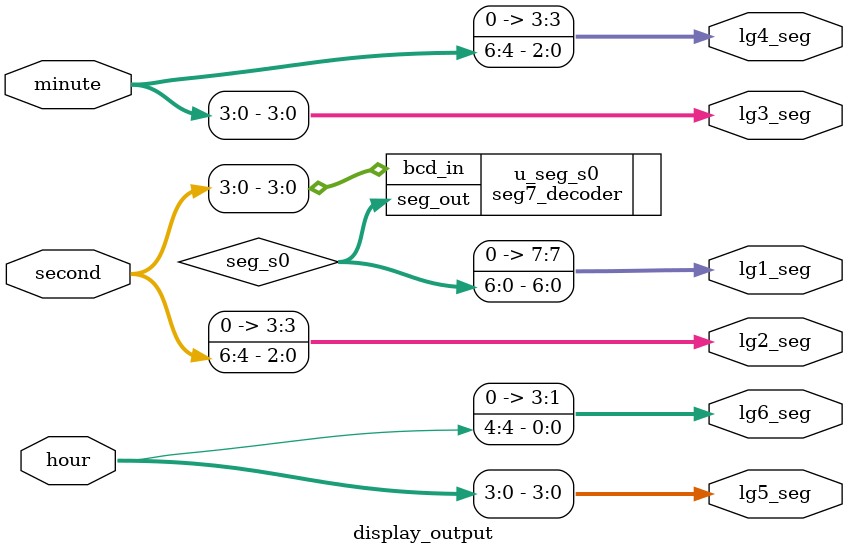
<source format=v>
/**
 * 显示输出模块
 * 功能：时间拆分与显示驱动
 * 显示格式：HHMMSS（6位数码管）
 * 数码管分配：
 *   LG1: 秒个位(S0) —— 使用七段译码器显示十进制0~9
 *   LG2: 秒十位(S1) —— 以二进制方式在4个段(A~D)上显示
 *   LG3: 分个位(M0) —— 二进制
 *   LG4: 分十位(M1) —— 二进制
 *   LG5: 时个位(H0) —— 二进制
 *   LG6: 时十位(H1) —— 二进制
 */
module display_output (
    input  wire [4:0] hour,      // 小时（BCD：十位[4:1]，个位[0]）
    input  wire [6:0] minute,    // 分钟（BCD：十位[6:4]，个位[3:0]）
    input  wire [6:0] second,    // 秒（BCD：十位[6:4]，个位[3:0]）
    output wire [7:0] lg1_seg,   // LG1段码输出（秒个位，含dp）
    output wire [3:0] lg2_seg,   // LG2段码输出（秒十位，A-D）
    output wire [3:0] lg3_seg,   // LG3段码输出（分个位，A-D）
    output wire [3:0] lg4_seg,   // LG4段码输出（分十位，A-D）
    output wire [3:0] lg5_seg,   // LG5段码输出（时个位，A-D）
    output wire [3:0] lg6_seg    // LG6段码输出（时十位，A-D）
);

    // 仅对“秒个位”使用七段译码器
    wire [6:0] seg_s0;
    seg7_decoder u_seg_s0 (
        .bcd_in(second[3:0]),   // 假定 second[3:0] 为秒个位的BCD码
        .seg_out(seg_s0)
    );
    
    // 输出分配
    // LG1: 秒个位，完整7段+小数点（D0-D7对应a,b,c,d,e,f,g,dp）
    assign lg1_seg[6:0] = seg_s0;
    assign lg1_seg[7]  = 1'b0;  // 小数点默认不亮
    
    // LG2-LG6: 只使用A-D段（对应a,b,c,d），直接输出“二进制位”
    // 这里将各时间字段的若干位直接映射到段A-D，用作二进制指示灯
    
    // LG2: 秒十位（使用second[6:4]的三位二进制，最高位补0）
    assign lg2_seg = {1'b0, second[6:4]};
    
    // LG3: 分钟个位（使用minute[3:0]的四位二进制）
    assign lg3_seg = minute[3:0];
    
    // LG4: 分钟十位（使用minute[6:4]三位二进制，最高位补0）
    assign lg4_seg = {1'b0, minute[6:4]};
    
    // LG5/LG6: 小时（hour为内部简化编码，这里仅作为二进制位直接显示）
    // 约定：LG5显示低4位，LG6显示最高位（其余补0）
    assign lg5_seg = hour[3:0];
    assign lg6_seg = {3'b000, hour[4]};

endmodule


</source>
